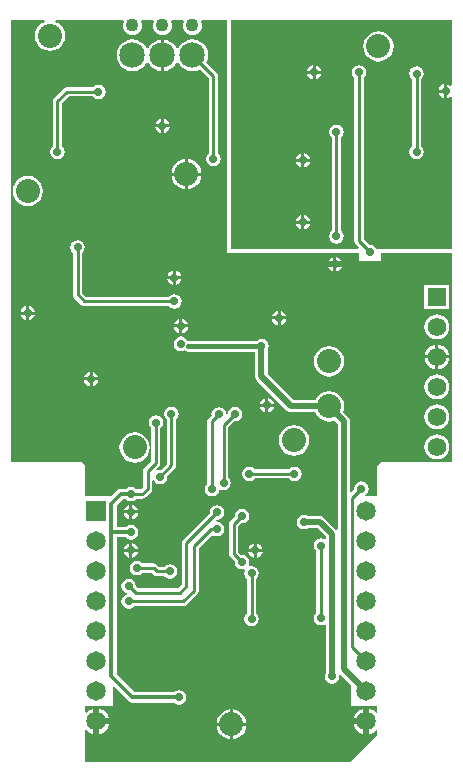
<source format=gbl>
G04 Layer_Physical_Order=2*
G04 Layer_Color=16711680*
%FSLAX25Y25*%
%MOIN*%
G70*
G01*
G75*
%ADD24C,0.01000*%
%ADD25C,0.02000*%
%ADD26C,0.01600*%
%ADD27C,0.08500*%
%ADD28C,0.04331*%
%ADD29C,0.08000*%
%ADD30C,0.06200*%
%ADD31R,0.06200X0.06200*%
%ADD32C,0.06500*%
%ADD33R,0.06500X0.06500*%
%ADD34C,0.02800*%
%ADD35C,0.01400*%
G36*
X73478Y227043D02*
X72978Y226856D01*
X72309Y227303D01*
X71873Y227390D01*
Y225043D01*
Y222695D01*
X72309Y222782D01*
X72978Y223229D01*
X73478Y223042D01*
Y172500D01*
X48303D01*
X47815Y173230D01*
X47021Y173761D01*
X46085Y173947D01*
X45848Y173900D01*
X44029Y175718D01*
Y229476D01*
X44230Y229610D01*
X44761Y230404D01*
X44947Y231340D01*
X44761Y232277D01*
X44230Y233070D01*
X43436Y233601D01*
X42500Y233787D01*
X41564Y233601D01*
X40770Y233070D01*
X40239Y232277D01*
X40053Y231340D01*
X40239Y230404D01*
X40770Y229610D01*
X40971Y229476D01*
Y175085D01*
X41087Y174500D01*
X41419Y174004D01*
X42460Y172962D01*
X42269Y172500D01*
X0D01*
Y248675D01*
X73478D01*
Y227043D01*
D02*
G37*
G36*
X-1500Y171000D02*
X42460D01*
Y168500D01*
X50000D01*
Y171000D01*
X73478Y171000D01*
Y101326D01*
X50000D01*
X49493Y101225D01*
X49063Y100937D01*
X48775Y100507D01*
X48674Y100000D01*
Y90000D01*
X44732D01*
X44580Y90500D01*
X45037Y90805D01*
X45568Y91599D01*
X45754Y92536D01*
X45568Y93472D01*
X45037Y94266D01*
X44243Y94796D01*
X43307Y94983D01*
X42371Y94796D01*
X41577Y94266D01*
X41046Y93472D01*
X40860Y92536D01*
X40907Y92299D01*
X40001Y91393D01*
X39539Y91584D01*
Y114947D01*
X39539Y114947D01*
X39384Y115727D01*
X39338Y115795D01*
X39331Y115833D01*
X38889Y116495D01*
X37172Y118212D01*
X37371Y118695D01*
X37543Y120000D01*
X37371Y121305D01*
X36867Y122522D01*
X36066Y123566D01*
X35022Y124367D01*
X33805Y124871D01*
X32500Y125043D01*
X31195Y124871D01*
X29978Y124367D01*
X28934Y123566D01*
X28133Y122522D01*
X27933Y122039D01*
X20845D01*
X12039Y130845D01*
Y138775D01*
X12261Y139106D01*
X12447Y140042D01*
X12261Y140979D01*
X11730Y141773D01*
X10936Y142303D01*
X10000Y142490D01*
X9064Y142303D01*
X8427Y141878D01*
X-14500D01*
X-14624Y141853D01*
X-15110Y142581D01*
X-15904Y143111D01*
X-16840Y143297D01*
X-17776Y143111D01*
X-18570Y142581D01*
X-19101Y141787D01*
X-19287Y140850D01*
X-19101Y139914D01*
X-18570Y139120D01*
X-17776Y138590D01*
X-16840Y138403D01*
X-15904Y138590D01*
X-15735Y138703D01*
X-15202Y138347D01*
X-14500Y138207D01*
X7961D01*
Y130000D01*
X8116Y129220D01*
X8558Y128558D01*
X18558Y118558D01*
X18558Y118558D01*
X19220Y118116D01*
X20000Y117961D01*
X20000Y117961D01*
X27933D01*
X28133Y117478D01*
X28934Y116434D01*
X29978Y115632D01*
X31195Y115129D01*
X32500Y114957D01*
X33805Y115129D01*
X34288Y115329D01*
X35461Y114155D01*
Y79065D01*
X34961Y78914D01*
X34942Y78942D01*
X30942Y82942D01*
X30280Y83384D01*
X29500Y83539D01*
X25428D01*
X25096Y83761D01*
X24160Y83947D01*
X23223Y83761D01*
X22430Y83230D01*
X21899Y82436D01*
X21713Y81500D01*
X21899Y80564D01*
X22430Y79770D01*
X23223Y79239D01*
X24160Y79053D01*
X25096Y79239D01*
X25428Y79461D01*
X28655D01*
X31461Y76655D01*
Y75931D01*
X31020Y75695D01*
X30739Y75883D01*
X29802Y76069D01*
X28866Y75883D01*
X28072Y75352D01*
X27542Y74559D01*
X27355Y73622D01*
X27542Y72686D01*
X28072Y71892D01*
X28273Y71758D01*
Y51364D01*
X28072Y51230D01*
X27542Y50436D01*
X27355Y49500D01*
X27542Y48564D01*
X28072Y47770D01*
X28866Y47239D01*
X29802Y47053D01*
X30739Y47239D01*
X31020Y47427D01*
X31461Y47191D01*
Y31268D01*
X31239Y30936D01*
X31053Y30000D01*
X31239Y29064D01*
X31770Y28270D01*
X32564Y27739D01*
X33500Y27553D01*
X34436Y27739D01*
X35230Y28270D01*
X35761Y29064D01*
X35947Y30000D01*
X35832Y30577D01*
X36293Y30823D01*
X40000Y27116D01*
Y20000D01*
X48674D01*
Y17970D01*
X48201Y17810D01*
X48031Y18031D01*
X47143Y18712D01*
X46110Y19141D01*
X45500Y19221D01*
Y15000D01*
Y10779D01*
X46110Y10859D01*
X47143Y11288D01*
X48031Y11969D01*
X48201Y12190D01*
X48674Y12030D01*
Y10549D01*
X39451Y1326D01*
X-48674D01*
Y12030D01*
X-48201Y12190D01*
X-48031Y11969D01*
X-47143Y11288D01*
X-46110Y10859D01*
X-45500Y10779D01*
Y15000D01*
Y19221D01*
X-46110Y19141D01*
X-47143Y18712D01*
X-48031Y18031D01*
X-48201Y17810D01*
X-48674Y17970D01*
Y20000D01*
X-39500D01*
Y26395D01*
X-39038Y26587D01*
X-34226Y21774D01*
X-33663Y21399D01*
X-33000Y21267D01*
X-19226D01*
X-18436Y20739D01*
X-17500Y20553D01*
X-16564Y20739D01*
X-15770Y21270D01*
X-15239Y22064D01*
X-15053Y23000D01*
X-15239Y23936D01*
X-15770Y24730D01*
X-16564Y25261D01*
X-17500Y25447D01*
X-18436Y25261D01*
X-19226Y24733D01*
X-32282D01*
X-38317Y30768D01*
Y76309D01*
X-35226D01*
X-34436Y75782D01*
X-33500Y75595D01*
X-32564Y75782D01*
X-31770Y76312D01*
X-31239Y77106D01*
X-31053Y78043D01*
X-31239Y78979D01*
X-31770Y79773D01*
X-32564Y80303D01*
X-33500Y80489D01*
X-34436Y80303D01*
X-35226Y79776D01*
X-38317D01*
Y86892D01*
X-36140Y89069D01*
X-35226D01*
X-34436Y88542D01*
X-33500Y88355D01*
X-32564Y88542D01*
X-31770Y89072D01*
X-31635Y89273D01*
X-29670D01*
X-29085Y89389D01*
X-28589Y89721D01*
X-26871Y91438D01*
X-26540Y91934D01*
X-26423Y92520D01*
Y95203D01*
X-25923Y95354D01*
X-25533Y94770D01*
X-24739Y94239D01*
X-23802Y94053D01*
X-22866Y94239D01*
X-22072Y94770D01*
X-21542Y95564D01*
X-21355Y96500D01*
X-21403Y96737D01*
X-18919Y99221D01*
X-18587Y99717D01*
X-18471Y100302D01*
Y115636D01*
X-18270Y115770D01*
X-17739Y116564D01*
X-17553Y117500D01*
X-17739Y118436D01*
X-18270Y119230D01*
X-19064Y119761D01*
X-20000Y119947D01*
X-20936Y119761D01*
X-21730Y119230D01*
X-22261Y118436D01*
X-22447Y117500D01*
X-22261Y116564D01*
X-21730Y115770D01*
X-21529Y115636D01*
Y100936D01*
X-23565Y98900D01*
X-23802Y98947D01*
X-24739Y98761D01*
X-24764Y98744D01*
X-25083Y99132D01*
X-24115Y100100D01*
X-23784Y100596D01*
X-23667Y101181D01*
Y112702D01*
X-23467Y112837D01*
X-22936Y113630D01*
X-22750Y114567D01*
X-22936Y115503D01*
X-23467Y116297D01*
X-24260Y116828D01*
X-25197Y117014D01*
X-26133Y116828D01*
X-26927Y116297D01*
X-27458Y115503D01*
X-27644Y114567D01*
X-27458Y113630D01*
X-26927Y112837D01*
X-26726Y112702D01*
Y101815D01*
X-29034Y99507D01*
X-29366Y99010D01*
X-29482Y98425D01*
Y93153D01*
X-30304Y92332D01*
X-31635D01*
X-31770Y92533D01*
X-32564Y93063D01*
X-33500Y93249D01*
X-34436Y93063D01*
X-35226Y92536D01*
X-36858D01*
X-37521Y92404D01*
X-38083Y92028D01*
X-40111Y90000D01*
X-48674D01*
Y100000D01*
X-48775Y100507D01*
X-49063Y100937D01*
X-49493Y101225D01*
X-50000Y101326D01*
X-73478D01*
Y191648D01*
X-72978Y191681D01*
X-72936Y191365D01*
X-72816Y190455D01*
X-72312Y189238D01*
X-71511Y188194D01*
X-70466Y187392D01*
X-69250Y186889D01*
X-67945Y186717D01*
X-66640Y186889D01*
X-65423Y187392D01*
X-64379Y188194D01*
X-63577Y189238D01*
X-63074Y190455D01*
X-62902Y191760D01*
X-63074Y193065D01*
X-63577Y194281D01*
X-64379Y195326D01*
X-65423Y196127D01*
X-66640Y196631D01*
X-67945Y196803D01*
X-69250Y196631D01*
X-70466Y196127D01*
X-71511Y195326D01*
X-72312Y194281D01*
X-72816Y193065D01*
X-72936Y192155D01*
X-72978Y191838D01*
X-73478Y191871D01*
Y248675D01*
X-62380D01*
X-62280Y248175D01*
X-63022Y247867D01*
X-64066Y247066D01*
X-64868Y246022D01*
X-65371Y244805D01*
X-65543Y243500D01*
X-65371Y242195D01*
X-64868Y240978D01*
X-64066Y239934D01*
X-63022Y239132D01*
X-61805Y238629D01*
X-60500Y238457D01*
X-59195Y238629D01*
X-57978Y239132D01*
X-56934Y239934D01*
X-56133Y240978D01*
X-55629Y242195D01*
X-55457Y243500D01*
X-55629Y244805D01*
X-56133Y246022D01*
X-56934Y247066D01*
X-57978Y247867D01*
X-58720Y248175D01*
X-58620Y248675D01*
X-36274D01*
X-35940Y248175D01*
X-36084Y247826D01*
X-36193Y247000D01*
X-36084Y246174D01*
X-35765Y245404D01*
X-35258Y244742D01*
X-34596Y244235D01*
X-33826Y243916D01*
X-33000Y243807D01*
X-32174Y243916D01*
X-31404Y244235D01*
X-30742Y244742D01*
X-30235Y245404D01*
X-29916Y246174D01*
X-29807Y247000D01*
X-29916Y247826D01*
X-30060Y248175D01*
X-29726Y248675D01*
X-26274D01*
X-25940Y248175D01*
X-26084Y247826D01*
X-26193Y247000D01*
X-26084Y246174D01*
X-25765Y245404D01*
X-25258Y244742D01*
X-24596Y244235D01*
X-23826Y243916D01*
X-23000Y243807D01*
X-22174Y243916D01*
X-21404Y244235D01*
X-20742Y244742D01*
X-20235Y245404D01*
X-19916Y246174D01*
X-19807Y247000D01*
X-19916Y247826D01*
X-20060Y248175D01*
X-19726Y248675D01*
X-16274D01*
X-15940Y248175D01*
X-16084Y247826D01*
X-16193Y247000D01*
X-16084Y246174D01*
X-15765Y245404D01*
X-15258Y244742D01*
X-14596Y244235D01*
X-13826Y243916D01*
X-13000Y243807D01*
X-12174Y243916D01*
X-11404Y244235D01*
X-10742Y244742D01*
X-10235Y245404D01*
X-9916Y246174D01*
X-9807Y247000D01*
X-9916Y247826D01*
X-10060Y248175D01*
X-9726Y248675D01*
X-1500D01*
Y171000D01*
D02*
G37*
%LPC*%
G36*
X11311Y122688D02*
X10875Y122601D01*
X10081Y122070D01*
X9550Y121276D01*
X9464Y120840D01*
X11311D01*
Y122688D01*
D02*
G37*
G36*
X14159Y119840D02*
X12311D01*
Y117992D01*
X12747Y118079D01*
X13541Y118610D01*
X14072Y119404D01*
X14159Y119840D01*
D02*
G37*
G36*
X-47288Y128633D02*
X-49136D01*
X-49049Y128197D01*
X-48519Y127403D01*
X-47725Y126872D01*
X-47288Y126786D01*
Y128633D01*
D02*
G37*
G36*
X68441Y130635D02*
X67371Y130494D01*
X66373Y130081D01*
X65517Y129424D01*
X64860Y128568D01*
X64447Y127570D01*
X64306Y126500D01*
X64447Y125430D01*
X64860Y124432D01*
X65517Y123576D01*
X66373Y122919D01*
X67371Y122505D01*
X68441Y122365D01*
X69511Y122505D01*
X70509Y122919D01*
X71365Y123576D01*
X72022Y124432D01*
X72435Y125430D01*
X72576Y126500D01*
X72435Y127570D01*
X72022Y128568D01*
X71365Y129424D01*
X70509Y130081D01*
X69511Y130494D01*
X68441Y130635D01*
D02*
G37*
G36*
X12311Y122688D02*
Y120840D01*
X14159D01*
X14072Y121276D01*
X13541Y122070D01*
X12747Y122601D01*
X12311Y122688D01*
D02*
G37*
G36*
X20866Y113705D02*
X19561Y113533D01*
X18345Y113029D01*
X17300Y112227D01*
X16499Y111183D01*
X15995Y109967D01*
X15823Y108661D01*
X15995Y107356D01*
X16499Y106140D01*
X17300Y105095D01*
X18345Y104294D01*
X19561Y103790D01*
X20866Y103618D01*
X22171Y103790D01*
X23388Y104294D01*
X24432Y105095D01*
X25234Y106140D01*
X25737Y107356D01*
X25909Y108661D01*
X25737Y109967D01*
X25234Y111183D01*
X24432Y112227D01*
X23388Y113029D01*
X22171Y113533D01*
X20866Y113705D01*
D02*
G37*
G36*
X68441Y110635D02*
X67371Y110494D01*
X66373Y110081D01*
X65517Y109424D01*
X64860Y108568D01*
X64447Y107570D01*
X64306Y106500D01*
X64447Y105430D01*
X64860Y104432D01*
X65517Y103576D01*
X66373Y102919D01*
X67371Y102506D01*
X68441Y102365D01*
X69511Y102506D01*
X70509Y102919D01*
X71365Y103576D01*
X72022Y104432D01*
X72435Y105430D01*
X72576Y106500D01*
X72435Y107570D01*
X72022Y108568D01*
X71365Y109424D01*
X70509Y110081D01*
X69511Y110494D01*
X68441Y110635D01*
D02*
G37*
G36*
X-32283Y111342D02*
X-33589Y111170D01*
X-34805Y110667D01*
X-35849Y109865D01*
X-36651Y108821D01*
X-37155Y107605D01*
X-37327Y106299D01*
X-37155Y104994D01*
X-36651Y103778D01*
X-35849Y102733D01*
X-34805Y101932D01*
X-33589Y101428D01*
X-32283Y101256D01*
X-30978Y101428D01*
X-29762Y101932D01*
X-28717Y102733D01*
X-27916Y103778D01*
X-27412Y104994D01*
X-27240Y106299D01*
X-27412Y107605D01*
X-27916Y108821D01*
X-28717Y109865D01*
X-29762Y110667D01*
X-30978Y111170D01*
X-32283Y111342D01*
D02*
G37*
G36*
X11311Y119840D02*
X9464D01*
X9550Y119404D01*
X10081Y118610D01*
X10875Y118079D01*
X11311Y117992D01*
Y119840D01*
D02*
G37*
G36*
X1181Y119947D02*
X245Y119761D01*
X-549Y119230D01*
X-1080Y118436D01*
X-1237Y117644D01*
X-1326Y117585D01*
X-1864Y117808D01*
X-1887Y117842D01*
X-1970Y118259D01*
X-2500Y119053D01*
X-3294Y119584D01*
X-4231Y119770D01*
X-5167Y119584D01*
X-5961Y119053D01*
X-6492Y118259D01*
X-6678Y117323D01*
X-6631Y117086D01*
X-7581Y116135D01*
X-7913Y115639D01*
X-8029Y115053D01*
Y94301D01*
X-8230Y94167D01*
X-8761Y93373D01*
X-8947Y92437D01*
X-8761Y91501D01*
X-8230Y90707D01*
X-7436Y90176D01*
X-6500Y89990D01*
X-5564Y90176D01*
X-4770Y90707D01*
X-4239Y91501D01*
X-4135Y92026D01*
X-3579Y92256D01*
X-3536Y92227D01*
X-2600Y92041D01*
X-1664Y92227D01*
X-870Y92758D01*
X-339Y93552D01*
X-153Y94488D01*
X-339Y95425D01*
X-870Y96219D01*
X-1071Y96353D01*
Y113085D01*
X944Y115100D01*
X1181Y115053D01*
X2118Y115239D01*
X2911Y115770D01*
X3442Y116564D01*
X3628Y117500D01*
X3442Y118436D01*
X2911Y119230D01*
X2118Y119761D01*
X1181Y119947D01*
D02*
G37*
G36*
X68441Y120635D02*
X67371Y120494D01*
X66373Y120081D01*
X65517Y119424D01*
X64860Y118568D01*
X64447Y117570D01*
X64306Y116500D01*
X64447Y115430D01*
X64860Y114432D01*
X65517Y113576D01*
X66373Y112919D01*
X67371Y112505D01*
X68441Y112365D01*
X69511Y112505D01*
X70509Y112919D01*
X71365Y113576D01*
X72022Y114432D01*
X72435Y115430D01*
X72576Y116500D01*
X72435Y117570D01*
X72022Y118568D01*
X71365Y119424D01*
X70509Y120081D01*
X69511Y120494D01*
X68441Y120635D01*
D02*
G37*
G36*
X-44441Y128633D02*
X-46288D01*
Y126786D01*
X-45852Y126872D01*
X-45058Y127403D01*
X-44528Y128197D01*
X-44441Y128633D01*
D02*
G37*
G36*
X68441Y150635D02*
X67371Y150495D01*
X66373Y150081D01*
X65517Y149424D01*
X64860Y148568D01*
X64447Y147570D01*
X64306Y146500D01*
X64447Y145430D01*
X64860Y144432D01*
X65517Y143576D01*
X66373Y142919D01*
X67371Y142506D01*
X68441Y142365D01*
X69511Y142506D01*
X70509Y142919D01*
X71365Y143576D01*
X72022Y144432D01*
X72435Y145430D01*
X72576Y146500D01*
X72435Y147570D01*
X72022Y148568D01*
X71365Y149424D01*
X70509Y150081D01*
X69511Y150495D01*
X68441Y150635D01*
D02*
G37*
G36*
X68941Y140570D02*
Y137000D01*
X72510D01*
X72435Y137570D01*
X72022Y138568D01*
X71365Y139424D01*
X70509Y140081D01*
X69511Y140495D01*
X68941Y140570D01*
D02*
G37*
G36*
X-17340Y146350D02*
X-19188D01*
X-19101Y145914D01*
X-18570Y145120D01*
X-17776Y144590D01*
X-17340Y144503D01*
Y146350D01*
D02*
G37*
G36*
X15400Y149000D02*
X13552D01*
X13639Y148564D01*
X14170Y147770D01*
X14964Y147239D01*
X15400Y147152D01*
Y149000D01*
D02*
G37*
G36*
X-14492Y146350D02*
X-16340D01*
Y144503D01*
X-15904Y144590D01*
X-15110Y145120D01*
X-14579Y145914D01*
X-14492Y146350D01*
D02*
G37*
G36*
X67941Y140570D02*
X67371Y140495D01*
X66373Y140081D01*
X65517Y139424D01*
X64860Y138568D01*
X64447Y137570D01*
X64371Y137000D01*
X67941D01*
Y140570D01*
D02*
G37*
G36*
X-46288Y131481D02*
Y129633D01*
X-44441D01*
X-44528Y130069D01*
X-45058Y130863D01*
X-45852Y131394D01*
X-46288Y131481D01*
D02*
G37*
G36*
X-47288D02*
X-47725Y131394D01*
X-48519Y130863D01*
X-49049Y130069D01*
X-49136Y129633D01*
X-47288D01*
Y131481D01*
D02*
G37*
G36*
X32500Y140043D02*
X31195Y139871D01*
X29978Y139367D01*
X28934Y138566D01*
X28133Y137522D01*
X27629Y136305D01*
X27457Y135000D01*
X27629Y133695D01*
X28133Y132478D01*
X28934Y131434D01*
X29978Y130632D01*
X31195Y130129D01*
X32500Y129957D01*
X33805Y130129D01*
X35022Y130632D01*
X36066Y131434D01*
X36867Y132478D01*
X37371Y133695D01*
X37543Y135000D01*
X37371Y136305D01*
X36867Y137522D01*
X36066Y138566D01*
X35022Y139367D01*
X33805Y139871D01*
X32500Y140043D01*
D02*
G37*
G36*
X72510Y136000D02*
X68941D01*
Y132430D01*
X69511Y132506D01*
X70509Y132919D01*
X71365Y133576D01*
X72022Y134432D01*
X72435Y135430D01*
X72510Y136000D01*
D02*
G37*
G36*
X67941D02*
X64371D01*
X64447Y135430D01*
X64860Y134432D01*
X65517Y133576D01*
X66373Y132919D01*
X67371Y132506D01*
X67941Y132430D01*
Y136000D01*
D02*
G37*
G36*
X21000Y99947D02*
X20064Y99761D01*
X19270Y99230D01*
X19136Y99029D01*
X7864D01*
X7730Y99230D01*
X6936Y99761D01*
X6000Y99947D01*
X5064Y99761D01*
X4270Y99230D01*
X3739Y98436D01*
X3553Y97500D01*
X3739Y96564D01*
X4270Y95770D01*
X5064Y95239D01*
X6000Y95053D01*
X6936Y95239D01*
X7730Y95770D01*
X7864Y95971D01*
X19136D01*
X19270Y95770D01*
X20064Y95239D01*
X21000Y95053D01*
X21936Y95239D01*
X22730Y95770D01*
X23261Y96564D01*
X23447Y97500D01*
X23261Y98436D01*
X22730Y99230D01*
X21936Y99761D01*
X21000Y99947D01*
D02*
G37*
G36*
X-44500Y19221D02*
Y15500D01*
X-40779D01*
X-40859Y16109D01*
X-41288Y17143D01*
X-41969Y18031D01*
X-42857Y18712D01*
X-43891Y19141D01*
X-44500Y19221D01*
D02*
G37*
G36*
X44500D02*
X43891Y19141D01*
X42857Y18712D01*
X41969Y18031D01*
X41288Y17143D01*
X40859Y16109D01*
X40779Y15500D01*
X44500D01*
Y19221D01*
D02*
G37*
G36*
X-31496Y68589D02*
X-32432Y68402D01*
X-33226Y67872D01*
X-33757Y67078D01*
X-33943Y66142D01*
X-33757Y65205D01*
X-33226Y64411D01*
X-32432Y63881D01*
X-31496Y63695D01*
X-30560Y63881D01*
X-29766Y64411D01*
X-29632Y64612D01*
X-26618D01*
X-25885Y63879D01*
X-25388Y63548D01*
X-24803Y63431D01*
X-22338D01*
X-22230Y63270D01*
X-21436Y62739D01*
X-20500Y62553D01*
X-19564Y62739D01*
X-18770Y63270D01*
X-18239Y64064D01*
X-18053Y65000D01*
X-18239Y65936D01*
X-18770Y66730D01*
X-19564Y67261D01*
X-20500Y67447D01*
X-21436Y67261D01*
X-22230Y66730D01*
X-22391Y66490D01*
X-24170D01*
X-24903Y67223D01*
X-25399Y67555D01*
X-25984Y67671D01*
X-29632D01*
X-29766Y67872D01*
X-30560Y68402D01*
X-31496Y68589D01*
D02*
G37*
G36*
X-31152Y71465D02*
X-33000D01*
Y69617D01*
X-32564Y69704D01*
X-31770Y70234D01*
X-31239Y71028D01*
X-31152Y71465D01*
D02*
G37*
G36*
X-34000D02*
X-35848D01*
X-35761Y71028D01*
X-35230Y70234D01*
X-34436Y69704D01*
X-34000Y69617D01*
Y71465D01*
D02*
G37*
G36*
X500Y18977D02*
Y14500D01*
X4977D01*
X4871Y15305D01*
X4368Y16522D01*
X3566Y17566D01*
X2522Y18368D01*
X1305Y18871D01*
X500Y18977D01*
D02*
G37*
G36*
X4977Y13500D02*
X500D01*
Y9023D01*
X1305Y9129D01*
X2522Y9633D01*
X3566Y10434D01*
X4368Y11478D01*
X4871Y12695D01*
X4977Y13500D01*
D02*
G37*
G36*
X-500D02*
X-4977D01*
X-4871Y12695D01*
X-4368Y11478D01*
X-3566Y10434D01*
X-2522Y9633D01*
X-1305Y9129D01*
X-500Y9023D01*
Y13500D01*
D02*
G37*
G36*
X44500Y14500D02*
X40779D01*
X40859Y13891D01*
X41288Y12857D01*
X41969Y11969D01*
X42857Y11288D01*
X43891Y10859D01*
X44500Y10779D01*
Y14500D01*
D02*
G37*
G36*
X-500Y18977D02*
X-1305Y18871D01*
X-2522Y18368D01*
X-3566Y17566D01*
X-4368Y16522D01*
X-4871Y15305D01*
X-4977Y14500D01*
X-500D01*
Y18977D01*
D02*
G37*
G36*
X-40779Y14500D02*
X-44500D01*
Y10779D01*
X-43891Y10859D01*
X-42857Y11288D01*
X-41969Y11969D01*
X-41288Y12857D01*
X-40859Y13891D01*
X-40779Y14500D01*
D02*
G37*
G36*
X7500Y71465D02*
X5652D01*
X5739Y71028D01*
X6270Y70234D01*
X7064Y69704D01*
X7500Y69617D01*
Y71465D01*
D02*
G37*
G36*
X-34000Y84302D02*
X-35848D01*
X-35761Y83866D01*
X-35230Y83072D01*
X-34436Y82542D01*
X-34000Y82455D01*
Y84302D01*
D02*
G37*
G36*
X-4858Y87093D02*
X-5794Y86906D01*
X-6588Y86376D01*
X-7118Y85582D01*
X-7305Y84646D01*
X-7258Y84409D01*
X-16081Y75585D01*
X-16413Y75089D01*
X-16529Y74503D01*
Y60708D01*
X-17866Y59371D01*
X-31287D01*
X-31852Y59936D01*
X-31805Y60173D01*
X-31991Y61110D01*
X-32522Y61904D01*
X-33316Y62434D01*
X-34252Y62620D01*
X-35188Y62434D01*
X-35982Y61904D01*
X-36513Y61110D01*
X-36699Y60173D01*
X-36513Y59237D01*
X-35982Y58443D01*
X-35188Y57912D01*
X-34832Y57841D01*
Y57332D01*
X-35188Y57261D01*
X-35982Y56730D01*
X-36513Y55936D01*
X-36699Y55000D01*
X-36513Y54064D01*
X-35982Y53270D01*
X-35188Y52739D01*
X-34252Y52553D01*
X-33316Y52739D01*
X-32522Y53270D01*
X-32387Y53471D01*
X-16040D01*
X-15455Y53587D01*
X-14959Y53919D01*
X-11419Y57459D01*
X-11087Y57955D01*
X-10971Y58540D01*
Y72693D01*
X-6412Y77252D01*
X-5794Y76839D01*
X-4858Y76653D01*
X-3921Y76839D01*
X-3127Y77370D01*
X-2597Y78164D01*
X-2411Y79100D01*
X-2597Y80036D01*
X-3127Y80830D01*
X-3921Y81361D01*
X-4858Y81547D01*
X-4955Y81528D01*
X-5215Y81986D01*
X-4997Y82226D01*
X-4858Y82199D01*
X-3921Y82385D01*
X-3127Y82915D01*
X-2597Y83709D01*
X-2411Y84646D01*
X-2597Y85582D01*
X-3127Y86376D01*
X-3921Y86906D01*
X-4858Y87093D01*
D02*
G37*
G36*
X-31152Y84302D02*
X-33000D01*
Y82455D01*
X-32564Y82542D01*
X-31770Y83072D01*
X-31239Y83866D01*
X-31152Y84302D01*
D02*
G37*
G36*
X-33000Y87150D02*
Y85302D01*
X-31152D01*
X-31239Y85739D01*
X-31770Y86533D01*
X-32564Y87063D01*
X-33000Y87150D01*
D02*
G37*
G36*
X-34000D02*
X-34436Y87063D01*
X-35230Y86533D01*
X-35761Y85739D01*
X-35848Y85302D01*
X-34000D01*
Y87150D01*
D02*
G37*
G36*
X3543Y85912D02*
X2607Y85725D01*
X1813Y85195D01*
X1283Y84401D01*
X1096Y83465D01*
X1143Y83228D01*
X-336Y81748D01*
X-667Y81252D01*
X-784Y80667D01*
Y70908D01*
X-667Y70323D01*
X-336Y69827D01*
X1143Y68347D01*
X1096Y68110D01*
X1283Y67174D01*
X1813Y66380D01*
X2607Y65850D01*
X3543Y65663D01*
X4181Y65790D01*
X4481Y65340D01*
X4432Y65266D01*
X4246Y64330D01*
X4432Y63393D01*
X4963Y62600D01*
X5164Y62465D01*
Y51077D01*
X4963Y50943D01*
X4432Y50149D01*
X4246Y49213D01*
X4432Y48276D01*
X4963Y47482D01*
X5756Y46952D01*
X6693Y46766D01*
X7629Y46952D01*
X8423Y47482D01*
X8954Y48276D01*
X9140Y49213D01*
X8954Y50149D01*
X8423Y50943D01*
X8222Y51077D01*
Y62465D01*
X8423Y62600D01*
X8954Y63393D01*
X9140Y64330D01*
X8954Y65266D01*
X8423Y66060D01*
X7629Y66591D01*
X6693Y66777D01*
X6055Y66650D01*
X5755Y67100D01*
X5804Y67174D01*
X5990Y68110D01*
X5804Y69047D01*
X5274Y69841D01*
X4480Y70371D01*
X3543Y70557D01*
X3306Y70510D01*
X2275Y71542D01*
Y80033D01*
X3306Y81065D01*
X3543Y81018D01*
X4480Y81204D01*
X5274Y81734D01*
X5804Y82528D01*
X5990Y83465D01*
X5804Y84401D01*
X5274Y85195D01*
X4480Y85725D01*
X3543Y85912D01*
D02*
G37*
G36*
X-34000Y74312D02*
X-34436Y74225D01*
X-35230Y73695D01*
X-35761Y72901D01*
X-35848Y72465D01*
X-34000D01*
Y74312D01*
D02*
G37*
G36*
X10348Y71465D02*
X8500D01*
Y69617D01*
X8936Y69704D01*
X9730Y70234D01*
X10261Y71028D01*
X10348Y71465D01*
D02*
G37*
G36*
X-33000Y74312D02*
Y72465D01*
X-31152D01*
X-31239Y72901D01*
X-31770Y73695D01*
X-32564Y74225D01*
X-33000Y74312D01*
D02*
G37*
G36*
X8500D02*
Y72465D01*
X10348D01*
X10261Y72901D01*
X9730Y73695D01*
X8936Y74225D01*
X8500Y74312D01*
D02*
G37*
G36*
X7500D02*
X7064Y74225D01*
X6270Y73695D01*
X5739Y72901D01*
X5652Y72465D01*
X7500D01*
Y74312D01*
D02*
G37*
G36*
X23302Y204348D02*
X22866Y204261D01*
X22072Y203730D01*
X21542Y202936D01*
X21455Y202500D01*
X23302D01*
Y204348D01*
D02*
G37*
G36*
X61708Y233404D02*
X60771Y233218D01*
X59977Y232688D01*
X59447Y231894D01*
X59260Y230958D01*
X59447Y230021D01*
X59977Y229227D01*
X60178Y229093D01*
Y206657D01*
X59977Y206523D01*
X59447Y205729D01*
X59260Y204792D01*
X59447Y203856D01*
X59977Y203062D01*
X60771Y202532D01*
X61708Y202345D01*
X62644Y202532D01*
X63438Y203062D01*
X63968Y203856D01*
X64154Y204792D01*
X63968Y205729D01*
X63438Y206523D01*
X63237Y206657D01*
Y229093D01*
X63438Y229227D01*
X63968Y230021D01*
X64154Y230958D01*
X63968Y231894D01*
X63438Y232688D01*
X62644Y233218D01*
X61708Y233404D01*
D02*
G37*
G36*
X24302Y204348D02*
Y202500D01*
X26150D01*
X26063Y202936D01*
X25533Y203730D01*
X24739Y204261D01*
X24302Y204348D01*
D02*
G37*
G36*
X-20652Y213000D02*
X-22500D01*
Y211152D01*
X-22064Y211239D01*
X-21270Y211770D01*
X-20739Y212564D01*
X-20652Y213000D01*
D02*
G37*
G36*
X-23500D02*
X-25348D01*
X-25261Y212564D01*
X-24730Y211770D01*
X-23936Y211239D01*
X-23500Y211152D01*
Y213000D01*
D02*
G37*
G36*
X26150Y201500D02*
X24302D01*
Y199652D01*
X24739Y199739D01*
X25533Y200270D01*
X26063Y201064D01*
X26150Y201500D01*
D02*
G37*
G36*
X-10023Y196958D02*
X-14500D01*
Y192480D01*
X-13695Y192586D01*
X-12478Y193090D01*
X-11434Y193892D01*
X-10633Y194936D01*
X-10129Y196152D01*
X-10023Y196958D01*
D02*
G37*
G36*
X-15500D02*
X-19977D01*
X-19871Y196152D01*
X-19367Y194936D01*
X-18566Y193892D01*
X-17522Y193090D01*
X-16305Y192586D01*
X-15500Y192480D01*
Y196958D01*
D02*
G37*
G36*
Y202435D02*
X-16305Y202329D01*
X-17522Y201825D01*
X-18566Y201024D01*
X-19367Y199979D01*
X-19871Y198763D01*
X-19977Y197958D01*
X-15500D01*
Y202435D01*
D02*
G37*
G36*
X23302Y201500D02*
X21455D01*
X21542Y201064D01*
X22072Y200270D01*
X22866Y199739D01*
X23302Y199652D01*
Y201500D01*
D02*
G37*
G36*
X-14500Y202435D02*
Y197958D01*
X-10023D01*
X-10129Y198763D01*
X-10633Y199979D01*
X-11434Y201024D01*
X-12478Y201825D01*
X-13695Y202329D01*
X-14500Y202435D01*
D02*
G37*
G36*
X-23500Y215848D02*
X-23936Y215761D01*
X-24730Y215230D01*
X-25261Y214436D01*
X-25348Y214000D01*
X-23500D01*
Y215848D01*
D02*
G37*
G36*
X27042Y233688D02*
X26606Y233601D01*
X25812Y233070D01*
X25282Y232277D01*
X25195Y231840D01*
X27042D01*
Y233688D01*
D02*
G37*
G36*
X-33000Y242295D02*
X-34370Y242115D01*
X-35648Y241586D01*
X-36744Y240744D01*
X-37586Y239648D01*
X-38115Y238370D01*
X-38295Y237000D01*
X-38115Y235630D01*
X-37586Y234352D01*
X-36744Y233256D01*
X-35648Y232414D01*
X-34370Y231885D01*
X-33000Y231705D01*
X-31629Y231885D01*
X-30352Y232414D01*
X-29256Y233256D01*
X-28414Y234352D01*
X-28250Y234749D01*
X-27750D01*
X-27586Y234352D01*
X-26744Y233256D01*
X-25648Y232414D01*
X-24371Y231885D01*
X-23500Y231770D01*
Y237000D01*
Y242230D01*
X-24371Y242115D01*
X-25648Y241586D01*
X-26744Y240744D01*
X-27586Y239648D01*
X-27750Y239251D01*
X-28250D01*
X-28414Y239648D01*
X-29256Y240744D01*
X-30352Y241586D01*
X-31629Y242115D01*
X-33000Y242295D01*
D02*
G37*
G36*
X28043Y233688D02*
Y231840D01*
X29890D01*
X29803Y232277D01*
X29273Y233070D01*
X28479Y233601D01*
X28043Y233688D01*
D02*
G37*
G36*
X-13000Y242295D02*
X-14370Y242115D01*
X-15648Y241586D01*
X-16744Y240744D01*
X-17586Y239648D01*
X-17750Y239251D01*
X-18250D01*
X-18414Y239648D01*
X-19256Y240744D01*
X-20352Y241586D01*
X-21630Y242115D01*
X-22500Y242230D01*
Y237000D01*
Y231770D01*
X-21630Y231885D01*
X-20352Y232414D01*
X-19256Y233256D01*
X-18414Y234352D01*
X-18250Y234749D01*
X-17750D01*
X-17586Y234352D01*
X-16744Y233256D01*
X-15648Y232414D01*
X-14370Y231885D01*
X-13000Y231705D01*
X-11630Y231885D01*
X-10511Y232348D01*
X-7550Y229387D01*
Y204364D01*
X-7751Y204230D01*
X-8281Y203436D01*
X-8467Y202500D01*
X-8281Y201564D01*
X-7751Y200770D01*
X-6957Y200239D01*
X-6021Y200053D01*
X-5084Y200239D01*
X-4290Y200770D01*
X-3760Y201564D01*
X-3573Y202500D01*
X-3760Y203436D01*
X-4290Y204230D01*
X-4491Y204364D01*
Y230020D01*
X-4608Y230606D01*
X-4939Y231102D01*
X-8348Y234511D01*
X-7885Y235630D01*
X-7705Y237000D01*
X-7885Y238370D01*
X-8414Y239648D01*
X-9256Y240744D01*
X-10352Y241586D01*
X-11630Y242115D01*
X-13000Y242295D01*
D02*
G37*
G36*
X49000Y245043D02*
X47695Y244871D01*
X46478Y244368D01*
X45434Y243566D01*
X44633Y242522D01*
X44129Y241305D01*
X43957Y240000D01*
X44129Y238695D01*
X44633Y237478D01*
X45434Y236434D01*
X46478Y235632D01*
X47695Y235129D01*
X49000Y234957D01*
X50305Y235129D01*
X51522Y235632D01*
X52566Y236434D01*
X53368Y237478D01*
X53871Y238695D01*
X54043Y240000D01*
X53871Y241305D01*
X53368Y242522D01*
X52566Y243566D01*
X51522Y244368D01*
X50305Y244871D01*
X49000Y245043D01*
D02*
G37*
G36*
X29890Y230840D02*
X28043D01*
Y228993D01*
X28479Y229079D01*
X29273Y229610D01*
X29803Y230404D01*
X29890Y230840D01*
D02*
G37*
G36*
X-44340Y227287D02*
X-45276Y227101D01*
X-46070Y226570D01*
X-46205Y226370D01*
X-54943D01*
X-55529Y226253D01*
X-56025Y225922D01*
X-59081Y222865D01*
X-59413Y222369D01*
X-59529Y221783D01*
Y206657D01*
X-59730Y206523D01*
X-60261Y205729D01*
X-60447Y204792D01*
X-60261Y203856D01*
X-59730Y203062D01*
X-58936Y202532D01*
X-58000Y202345D01*
X-57064Y202532D01*
X-56270Y203062D01*
X-55739Y203856D01*
X-55553Y204792D01*
X-55739Y205729D01*
X-56270Y206523D01*
X-56471Y206657D01*
Y221150D01*
X-54310Y223311D01*
X-46205D01*
X-46070Y223110D01*
X-45276Y222579D01*
X-44340Y222393D01*
X-43404Y222579D01*
X-42610Y223110D01*
X-42079Y223904D01*
X-41893Y224840D01*
X-42079Y225777D01*
X-42610Y226570D01*
X-43404Y227101D01*
X-44340Y227287D01*
D02*
G37*
G36*
X-22500Y215848D02*
Y214000D01*
X-20652D01*
X-20739Y214436D01*
X-21270Y215230D01*
X-22064Y215761D01*
X-22500Y215848D01*
D02*
G37*
G36*
X70872Y224542D02*
X69025D01*
X69112Y224106D01*
X69642Y223312D01*
X70436Y222782D01*
X70872Y222695D01*
Y224542D01*
D02*
G37*
G36*
X27042Y230840D02*
X25195D01*
X25282Y230404D01*
X25812Y229610D01*
X26606Y229079D01*
X27042Y228993D01*
Y230840D01*
D02*
G37*
G36*
X70872Y227390D02*
X70436Y227303D01*
X69642Y226773D01*
X69112Y225979D01*
X69025Y225542D01*
X70872D01*
Y227390D01*
D02*
G37*
G36*
X24302Y183757D02*
Y181910D01*
X26150D01*
X26063Y182346D01*
X25533Y183140D01*
X24739Y183671D01*
X24302Y183757D01*
D02*
G37*
G36*
X-68445Y153403D02*
X-68881Y153316D01*
X-69675Y152785D01*
X-70206Y151992D01*
X-70292Y151555D01*
X-68445D01*
Y153403D01*
D02*
G37*
G36*
X16400Y151848D02*
Y150000D01*
X18248D01*
X18161Y150436D01*
X17630Y151230D01*
X16836Y151761D01*
X16400Y151848D01*
D02*
G37*
G36*
X-67445Y153403D02*
Y151555D01*
X-65597D01*
X-65684Y151992D01*
X-66215Y152785D01*
X-67009Y153316D01*
X-67445Y153403D01*
D02*
G37*
G36*
X-51304Y175447D02*
X-52240Y175261D01*
X-53034Y174730D01*
X-53565Y173936D01*
X-53751Y173000D01*
X-53565Y172064D01*
X-53034Y171270D01*
X-52833Y171135D01*
Y157304D01*
X-52717Y156719D01*
X-52385Y156222D01*
X-50081Y153919D01*
X-49585Y153587D01*
X-49000Y153471D01*
X-20865D01*
X-20730Y153270D01*
X-19936Y152739D01*
X-19000Y152553D01*
X-18064Y152739D01*
X-17270Y153270D01*
X-16739Y154064D01*
X-16553Y155000D01*
X-16739Y155936D01*
X-17270Y156730D01*
X-18064Y157261D01*
X-19000Y157447D01*
X-19936Y157261D01*
X-20730Y156730D01*
X-20865Y156529D01*
X-48366D01*
X-49775Y157938D01*
Y171135D01*
X-49574Y171270D01*
X-49043Y172064D01*
X-48857Y173000D01*
X-49043Y173936D01*
X-49574Y174730D01*
X-50367Y175261D01*
X-51304Y175447D01*
D02*
G37*
G36*
X72541Y160600D02*
X64341D01*
Y152400D01*
X72541D01*
Y160600D01*
D02*
G37*
G36*
X15400Y151848D02*
X14964Y151761D01*
X14170Y151230D01*
X13639Y150436D01*
X13552Y150000D01*
X15400D01*
Y151848D01*
D02*
G37*
G36*
X-17340Y149198D02*
X-17776Y149111D01*
X-18570Y148581D01*
X-19101Y147787D01*
X-19188Y147350D01*
X-17340D01*
Y149198D01*
D02*
G37*
G36*
X18248Y149000D02*
X16400D01*
Y147152D01*
X16836Y147239D01*
X17630Y147770D01*
X18161Y148564D01*
X18248Y149000D01*
D02*
G37*
G36*
X-16340Y149198D02*
Y147350D01*
X-14492D01*
X-14579Y147787D01*
X-15110Y148581D01*
X-15904Y149111D01*
X-16340Y149198D01*
D02*
G37*
G36*
X-65597Y150555D02*
X-67445D01*
Y148708D01*
X-67009Y148794D01*
X-66215Y149325D01*
X-65684Y150119D01*
X-65597Y150555D01*
D02*
G37*
G36*
X-68445D02*
X-70292D01*
X-70206Y150119D01*
X-69675Y149325D01*
X-68881Y148794D01*
X-68445Y148708D01*
Y150555D01*
D02*
G37*
G36*
X-19520Y162400D02*
X-21367D01*
X-21280Y161964D01*
X-20750Y161170D01*
X-19956Y160639D01*
X-19520Y160552D01*
Y162400D01*
D02*
G37*
G36*
X35000Y213947D02*
X34064Y213761D01*
X33270Y213230D01*
X32739Y212436D01*
X32553Y211500D01*
X32739Y210564D01*
X33270Y209770D01*
X33471Y209635D01*
Y178524D01*
X33270Y178390D01*
X32739Y177596D01*
X32553Y176660D01*
X32739Y175724D01*
X33270Y174930D01*
X34064Y174399D01*
X35000Y174213D01*
X35936Y174399D01*
X36730Y174930D01*
X37261Y175724D01*
X37447Y176660D01*
X37261Y177596D01*
X36730Y178390D01*
X36529Y178524D01*
Y209635D01*
X36730Y209770D01*
X37261Y210564D01*
X37447Y211500D01*
X37261Y212436D01*
X36730Y213230D01*
X35936Y213761D01*
X35000Y213947D01*
D02*
G37*
G36*
Y169688D02*
Y167840D01*
X36848D01*
X36761Y168277D01*
X36230Y169070D01*
X35436Y169601D01*
X35000Y169688D01*
D02*
G37*
G36*
X23302Y180910D02*
X21455D01*
X21542Y180473D01*
X22072Y179680D01*
X22866Y179149D01*
X23302Y179062D01*
Y180910D01*
D02*
G37*
G36*
Y183757D02*
X22866Y183671D01*
X22072Y183140D01*
X21542Y182346D01*
X21455Y181910D01*
X23302D01*
Y183757D01*
D02*
G37*
G36*
X26150Y180910D02*
X24302D01*
Y179062D01*
X24739Y179149D01*
X25533Y179680D01*
X26063Y180473D01*
X26150Y180910D01*
D02*
G37*
G36*
X34000Y169688D02*
X33564Y169601D01*
X32770Y169070D01*
X32239Y168277D01*
X32152Y167840D01*
X34000D01*
Y169688D01*
D02*
G37*
G36*
X-19520Y165248D02*
X-19956Y165161D01*
X-20750Y164630D01*
X-21280Y163836D01*
X-21367Y163400D01*
X-19520D01*
Y165248D01*
D02*
G37*
G36*
X-16672Y162400D02*
X-18520D01*
Y160552D01*
X-18083Y160639D01*
X-17289Y161170D01*
X-16759Y161964D01*
X-16672Y162400D01*
D02*
G37*
G36*
X-18520Y165248D02*
Y163400D01*
X-16672D01*
X-16759Y163836D01*
X-17289Y164630D01*
X-18083Y165161D01*
X-18520Y165248D01*
D02*
G37*
G36*
X36848Y166840D02*
X35000D01*
Y164992D01*
X35436Y165079D01*
X36230Y165610D01*
X36761Y166404D01*
X36848Y166840D01*
D02*
G37*
G36*
X34000D02*
X32152D01*
X32239Y166404D01*
X32770Y165610D01*
X33564Y165079D01*
X34000Y164992D01*
Y166840D01*
D02*
G37*
%LPD*%
D24*
X40157Y89386D02*
X43307Y92536D01*
X40157Y39843D02*
Y89386D01*
Y39843D02*
X45000Y35000D01*
X-12500Y58540D02*
Y73327D01*
X-16040Y55000D02*
X-12500Y58540D01*
X-34252Y55000D02*
X-16040D01*
X-15000Y60074D02*
Y74503D01*
X-17233Y57841D02*
X-15000Y60074D01*
X-31920Y57841D02*
X-17233D01*
X-34252Y60173D02*
X-31920Y57841D01*
X746Y80667D02*
X3543Y83465D01*
X746Y70908D02*
Y80667D01*
Y70908D02*
X3543Y68110D01*
X-6727Y79100D02*
X-4858D01*
X-12500Y73327D02*
X-6727Y79100D01*
X-15000Y74503D02*
X-4858Y84646D01*
X-2600Y113719D02*
X1181Y117500D01*
X-2600Y94488D02*
Y113719D01*
X-20539Y64961D02*
X-20500Y65000D01*
X-24803Y64961D02*
X-20539D01*
X-25984Y66142D02*
X-24803Y64961D01*
X-31496Y66142D02*
X-25984D01*
X-6500Y115053D02*
X-4231Y117323D01*
X6693Y49213D02*
Y64330D01*
X29802Y49500D02*
Y73622D01*
X-33500Y90802D02*
X-29670D01*
X-27953Y92520D01*
Y98425D01*
X-25197Y101181D01*
Y114567D01*
X-6500Y92437D02*
Y115053D01*
X-54943Y224840D02*
X-44340D01*
X-58000Y221783D02*
X-54943Y224840D01*
X-58000Y204792D02*
Y221783D01*
X35000Y176660D02*
Y211500D01*
X42500Y175085D02*
Y231340D01*
Y175085D02*
X46085Y171500D01*
X61708Y204792D02*
Y230958D01*
X6000Y97500D02*
X21000D01*
X-51304Y157304D02*
Y173000D01*
Y157304D02*
X-49000Y155000D01*
X-19000D01*
X-23802Y96500D02*
X-20000Y100302D01*
Y117500D01*
X-6021Y202500D02*
Y230020D01*
X-13000Y237000D02*
X-6021Y230020D01*
D25*
X37500Y32500D02*
Y114947D01*
Y32500D02*
X45000Y25000D01*
X33500Y30000D02*
Y77500D01*
X29500Y81500D02*
X33500Y77500D01*
X24160Y81500D02*
X29500D01*
X37447Y115000D02*
X37500Y114947D01*
X-45000Y15000D02*
Y19221D01*
Y15000D02*
X-39000D01*
X-45000Y9500D02*
Y15000D01*
X37447Y115000D02*
Y115053D01*
X32500Y120000D02*
X37447Y115053D01*
X20000Y120000D02*
X32500D01*
X10000Y130000D02*
X20000Y120000D01*
X10000Y130000D02*
Y140042D01*
X45000Y9500D02*
Y15000D01*
X38500D02*
X45000D01*
Y19221D01*
X30145Y167340D02*
X34500D01*
X38000D01*
D26*
X-14500Y140042D02*
X10000D01*
D27*
X-13000Y237000D02*
D03*
X-23000D02*
D03*
X-33000D02*
D03*
D28*
Y247000D02*
D03*
X-23000D02*
D03*
X-13000D02*
D03*
D29*
X49000Y240000D02*
D03*
X-67945Y191760D02*
D03*
X-60500Y243500D02*
D03*
X-32283Y106299D02*
D03*
X20866Y108661D02*
D03*
X32500Y120000D02*
D03*
Y135000D02*
D03*
X-15000Y197458D02*
D03*
X0Y14000D02*
D03*
D30*
X68441Y146500D02*
D03*
Y106500D02*
D03*
Y116500D02*
D03*
Y126500D02*
D03*
Y136500D02*
D03*
D31*
Y156500D02*
D03*
D32*
X45000Y25000D02*
D03*
Y75000D02*
D03*
Y65000D02*
D03*
Y85000D02*
D03*
Y45000D02*
D03*
Y35000D02*
D03*
Y55000D02*
D03*
Y15000D02*
D03*
X-45000Y65000D02*
D03*
Y15000D02*
D03*
Y55000D02*
D03*
Y35000D02*
D03*
Y25000D02*
D03*
Y45000D02*
D03*
Y75000D02*
D03*
D33*
Y85000D02*
D03*
D34*
X43307Y92536D02*
D03*
X11811Y120340D02*
D03*
X-4858Y84646D02*
D03*
X3543Y83465D02*
D03*
X-34252Y55000D02*
D03*
Y60173D02*
D03*
X29802Y49500D02*
D03*
X6693Y64330D02*
D03*
Y49213D02*
D03*
X29802Y73622D02*
D03*
X3543Y68110D02*
D03*
X-25197Y114567D02*
D03*
X23802Y181410D02*
D03*
X-17500Y23000D02*
D03*
X33500Y30000D02*
D03*
X-31496Y66142D02*
D03*
X24160Y81500D02*
D03*
X8000Y71965D02*
D03*
X-4858Y79100D02*
D03*
X-20500Y65000D02*
D03*
X-2600Y94488D02*
D03*
X-19020Y162900D02*
D03*
X-44340Y224840D02*
D03*
X-58000Y204792D02*
D03*
X35000Y176660D02*
D03*
Y211500D02*
D03*
X71372Y225043D02*
D03*
X27542Y231340D02*
D03*
X42500D02*
D03*
X15900Y149500D02*
D03*
X-33500Y71965D02*
D03*
Y78043D02*
D03*
Y90802D02*
D03*
Y84802D02*
D03*
X23802Y202000D02*
D03*
X34500Y167340D02*
D03*
X46085Y171500D02*
D03*
X-23000Y213500D02*
D03*
X61708Y230958D02*
D03*
Y204792D02*
D03*
X-67945Y151055D02*
D03*
X-51304Y173000D02*
D03*
X-19000Y155000D02*
D03*
X6000Y97500D02*
D03*
X21000D02*
D03*
X-6500Y92437D02*
D03*
X-16840Y140850D02*
D03*
Y146850D02*
D03*
X-46788Y129133D02*
D03*
X-23802Y96500D02*
D03*
X-20000Y117500D02*
D03*
X-4231Y117323D02*
D03*
X-6021Y202500D02*
D03*
X1181Y117500D02*
D03*
X10000Y140042D02*
D03*
D35*
X-40050Y30172D02*
Y87610D01*
Y78043D02*
X-33500D01*
X-40111Y30111D02*
X-40050Y30172D01*
Y87610D02*
X-36858Y90802D01*
X-40111Y30111D02*
X-33000Y23000D01*
X-17500D01*
X-36858Y90802D02*
X-33500D01*
M02*

</source>
